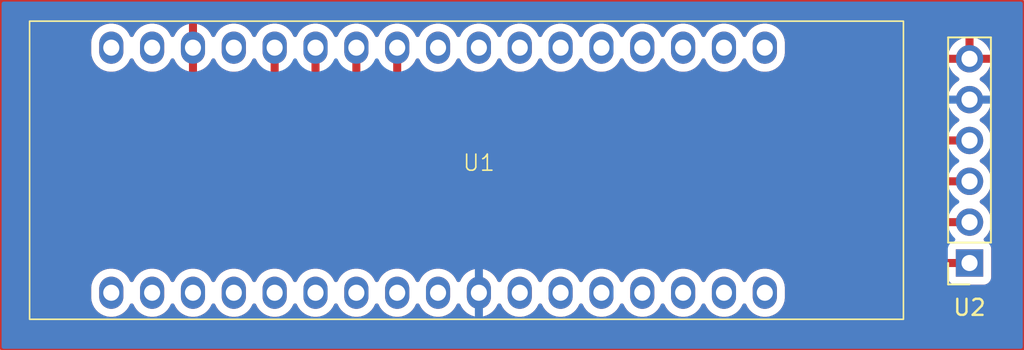
<source format=kicad_pcb>
(kicad_pcb (version 20240108) (generator "pcbnew") (generator_version "8.0")
  (layers (0 "F.Cu" signal) (31 "B.Cu" signal) (34 "B.Paste" user) (35 "F.Paste" user) (36 "B.SilkS" user "B.Silkscreen") (37 "F.SilkS" user "F.Silkscreen") (38 "B.Mask" user) (39 "F.Mask" user) (44 "Edge.Cuts" user))
  (net 0 "")
  (net 6 "GND")
  (net 8 "Net-(U1-IO2)")
  (net 18 "Net-(U1-IO1)")
  (net 22 "Net-(U1-IO4)")
  (net 25 "Net-(U1-IO3)")
  (net 32 "+5V")
  (footprint "Connector_PinSocket_2.54mm:PinSocket_1x06_P2.54mm_Vertical" (layer "F.Cu") (at 171.95 100.075 180)
    (property "Reference" "U2" (at 0 -2.77 180) (layer "F.SilkS"))
    (property "Value" "~")
    (fp_line (start 1.33 1.27) (end 1.33 14.03) (stroke (width 0.12)) (layer "F.SilkS"))
    (fp_line (start 1.33 -1.33) (end 1.33 0) (stroke (width 0.12)) (layer "F.SilkS"))
    (fp_line (start 0 -1.33) (end 1.33 -1.33) (stroke (width 0.12)) (layer "F.SilkS"))
    (fp_line (start -1.33 14.03) (end 1.33 14.03) (stroke (width 0.12)) (layer "F.SilkS"))
    (fp_line (start -1.33 1.27) (end 1.33 1.27) (stroke (width 0.12)) (layer "F.SilkS"))
    (fp_line (start -1.33 1.27) (end -1.33 14.03) (stroke (width 0.12)) (layer "F.SilkS"))
    (pad "1" thru_hole rect (at 0 0 180) (size 1.7 1.7) (drill 1) (layers "*.Cu" "*.Mask") (net 18 "Net-(U1-IO1)"))
    (pad "2" thru_hole oval (at 0 2.54 180) (size 1.7 1.7) (drill 1) (layers "*.Cu" "*.Mask") (net 8 "Net-(U1-IO2)"))
    (pad "3" thru_hole oval (at 0 5.08 180) (size 1.7 1.7) (drill 1) (layers "*.Cu" "*.Mask") (net 25 "Net-(U1-IO3)"))
    (pad "4" thru_hole oval (at 0 7.62 180) (size 1.7 1.7) (drill 1) (layers "*.Cu" "*.Mask") (net 22 "Net-(U1-IO4)"))
    (pad "5" thru_hole oval (at 0 10.16 180) (size 1.7 1.7) (drill 1) (layers "*.Cu" "*.Mask") (net 6 "GND"))
    (pad "6" thru_hole oval (at 0 12.7 180) (size 1.7 1.7) (drill 1) (layers "*.Cu" "*.Mask") (net 32 "+5V"))
  )
  (footprint "PCM_Espressif:ESP32-PROS3" (layer "F.Cu") (at 116.04 101.925)
    (property "Reference" "U1" (at 25.4 -8.08 0) (layer "F.SilkS") (effects (font (thickness 0.1))))
    (property "Value" "ProS3")
    (fp_rect (start -2.54 -16.89) (end 51.8 1.65) (stroke (width 0.1)) (fill none) (layer "F.SilkS"))
    (pad "1" thru_hole oval (at 2.54 -15.24) (size 1.5 2) (drill 1) (layers "*.Cu" "*.Mask"))
    (pad "2" thru_hole oval (at 5.08 -15.24) (size 1.5 2) (drill 1) (layers "*.Cu" "*.Mask"))
    (pad "3" thru_hole oval (at 7.62 -15.24) (size 1.5 2) (drill 1) (layers "*.Cu" "*.Mask") (net 32 "+5V"))
    (pad "4" thru_hole oval (at 10.16 -15.24) (size 1.5 2) (drill 1) (layers "*.Cu" "*.Mask"))
    (pad "5" thru_hole oval (at 12.7 -15.24) (size 1.5 2) (drill 1) (layers "*.Cu" "*.Mask") (net 18 "Net-(U1-IO1)"))
    (pad "6" thru_hole oval (at 15.24 -15.24) (size 1.5 2) (drill 1) (layers "*.Cu" "*.Mask") (net 8 "Net-(U1-IO2)"))
    (pad "7" thru_hole oval (at 17.78 -15.24) (size 1.5 2) (drill 1) (layers "*.Cu" "*.Mask") (net 25 "Net-(U1-IO3)"))
    (pad "8" thru_hole oval (at 20.32 -15.24) (size 1.5 2) (drill 1) (layers "*.Cu" "*.Mask") (net 22 "Net-(U1-IO4)"))
    (pad "9" thru_hole oval (at 22.86 -15.24) (size 1.5 2) (drill 1) (layers "*.Cu" "*.Mask"))
    (pad "10" thru_hole oval (at 25.4 -15.24) (size 1.5 2) (drill 1) (layers "*.Cu" "*.Mask"))
    (pad "11" thru_hole oval (at 27.94 -15.24) (size 1.5 2) (drill 1) (layers "*.Cu" "*.Mask"))
    (pad "12" thru_hole oval (at 30.48 -15.24) (size 1.5 2) (drill 1) (layers "*.Cu" "*.Mask"))
    (pad "13" thru_hole oval (at 33.02 -15.24) (size 1.5 2) (drill 1) (layers "*.Cu" "*.Mask"))
    (pad "14" thru_hole oval (at 35.56 -15.24) (size 1.5 2) (drill 1) (layers "*.Cu" "*.Mask"))
    (pad "15" thru_hole oval (at 38.1 -15.24) (size 1.5 2) (drill 1) (layers "*.Cu" "*.Mask"))
    (pad "16" thru_hole oval (at 40.64 -15.24) (size 1.5 2) (drill 1) (layers "*.Cu" "*.Mask"))
    (pad "17" thru_hole oval (at 43.18 -15.24) (size 1.5 2) (drill 1) (layers "*.Cu" "*.Mask"))
    (pad "18" thru_hole oval (at 43.18 0) (size 1.5 2) (drill 1) (layers "*.Cu" "*.Mask"))
    (pad "19" thru_hole oval (at 40.64 0) (size 1.5 2) (drill 1) (layers "*.Cu" "*.Mask"))
    (pad "20" thru_hole oval (at 38.1 0) (size 1.5 2) (drill 1) (layers "*.Cu" "*.Mask"))
    (pad "21" thru_hole oval (at 35.56 0) (size 1.5 2) (drill 1) (layers "*.Cu" "*.Mask"))
    (pad "22" thru_hole oval (at 33.02 0) (size 1.5 2) (drill 1) (layers "*.Cu" "*.Mask"))
    (pad "23" thru_hole oval (at 30.48 0) (size 1.5 2) (drill 1) (layers "*.Cu" "*.Mask"))
    (pad "24" thru_hole oval (at 27.94 0) (size 1.5 2) (drill 1) (layers "*.Cu" "*.Mask"))
    (pad "25" thru_hole oval (at 25.4 0) (size 1.5 2) (drill 1) (layers "*.Cu" "*.Mask") (net 6 "GND"))
    (pad "26" thru_hole oval (at 22.86 0) (size 1.5 2) (drill 1) (layers "*.Cu" "*.Mask"))
    (pad "27" thru_hole oval (at 20.32 0) (size 1.5 2) (drill 1) (layers "*.Cu" "*.Mask"))
    (pad "28" thru_hole oval (at 17.78 0) (size 1.5 2) (drill 1) (layers "*.Cu" "*.Mask"))
    (pad "29" thru_hole oval (at 15.24 0) (size 1.5 2) (drill 1) (layers "*.Cu" "*.Mask"))
    (pad "30" thru_hole oval (at 12.7 0) (size 1.5 2) (drill 1) (layers "*.Cu" "*.Mask"))
    (pad "31" thru_hole oval (at 10.16 0) (size 1.5 2) (drill 1) (layers "*.Cu" "*.Mask"))
    (pad "32" thru_hole oval (at 7.62 0) (size 1.5 2) (drill 1) (layers "*.Cu" "*.Mask"))
    (pad "33" thru_hole oval (at 5.08 0) (size 1.5 2) (drill 1) (layers "*.Cu" "*.Mask"))
    (pad "34" thru_hole oval (at 2.54 0) (size 1.5 2) (drill 1) (layers "*.Cu" "*.Mask"))
  )
  (gr_rect (start 111.76 83.82) (end 175.26 105.41) (stroke (width 0.2)) (fill none) (layer "F.Cu"))
  (segment (start 171.95 97.535) (end 139.445 97.535) (width 0.5) (layer "F.Cu") (net 8))
  (segment (start 139.445 97.535) (end 131.28 89.37) (width 0.5) (layer "F.Cu") (net 8))
  (segment (start 131.28 89.37) (end 131.28 86.685) (width 0.5) (layer "F.Cu") (net 8))
  (segment (start 168.655 100.075) (end 167.64 99.06) (width 0.5) (layer "F.Cu") (net 18))
  (segment (start 167.64 99.06) (end 138.43 99.06) (width 0.5) (layer "F.Cu") (net 18))
  (segment (start 128.74 89.37) (end 128.74 86.685) (width 0.5) (layer "F.Cu") (net 18))
  (segment (start 171.95 100.075) (end 168.655 100.075) (width 0.5) (layer "F.Cu") (net 18))
  (segment (start 138.43 99.06) (end 128.74 89.37) (width 0.5) (layer "F.Cu") (net 18))
  (segment (start 171.95 92.455) (end 139.445 92.455) (width 0.5) (layer "F.Cu") (net 22))
  (segment (start 136.36 89.37) (end 136.36 86.685) (width 0.5) (layer "F.Cu") (net 22))
  (segment (start 139.445 92.455) (end 136.36 89.37) (width 0.5) (layer "F.Cu") (net 22))
  (segment (start 139.445 94.995) (end 133.82 89.37) (width 0.5) (layer "F.Cu") (net 25))
  (segment (start 133.82 89.37) (end 133.82 86.685) (width 0.5) (layer "F.Cu") (net 25))
  (segment (start 171.95 94.995) (end 139.445 94.995) (width 0.5) (layer "F.Cu") (net 25))
  (zone (net 32) (net_name "+5V") (layer "F.Cu") (priority 1) (connect_pads (clearance 0.5)) (min_thickness 0.25) (fill yes (thermal_gap 0.5) (thermal_bridge_width 0.5))
    (polygon (pts (xy 175.26 105.41) (xy 175.26 83.82) (xy 111.76 83.82) (xy 111.76 105.41)))
  )
  (zone (net 6) (net_name "GND") (layer "B.Cu") (connect_pads (clearance 0.5)) (min_thickness 0.25) (fill yes (thermal_gap 0.5) (thermal_bridge_width 0.5))
    (polygon (pts (xy 175.26 105.41) (xy 175.26 83.82) (xy 111.76 83.82) (xy 111.76 105.41)))
  )
)
</source>
